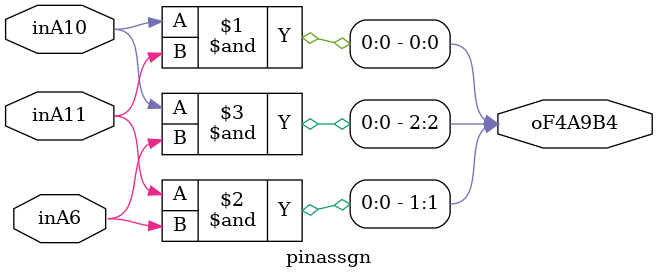
<source format=v>
/**************************************
 * Verilog source constraint example
 *    Pin Assignment for BGA Pkg.
 *    2/01/2001 K.Lee
 * Lattice Applications Engineering
 **************************************

 */

module pinassgn(inA10,inA11,inA6,oF4A9B4);

// The syntax of Verilog Exemplar pin assignment
// exemplar attribute [SigName] loc [Pin#]

input	inA10;		//exemplar attribute inA10 loc A10
input	inA11;		//exemplar attribute inA11 loc A11
input	inA6;		//exemplar attribute inA6 loc A6
output	[0:2] oF4A9B4;	//exemplar attribute oF4A9B4 loc F4,A9,B4

assign oF4A9B4[0] =  inA10 & inA11;
assign oF4A9B4[1] =  inA11 & inA6;
assign oF4A9B4[2] =  inA10 & inA6;

endmodule


</source>
